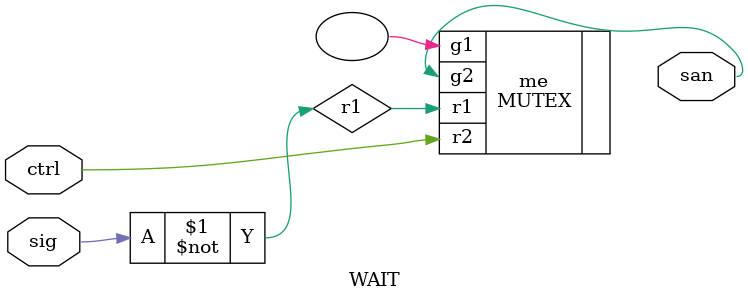
<source format=v>
module WAIT (
    input sig,
    input ctrl,
    output san
);

    wire r1;

    assign r1 = ~sig;

    MUTEX me (
        .r1(r1),
        .r2(ctrl),
        .g1(),
        .g2(san)
    );

endmodule
</source>
